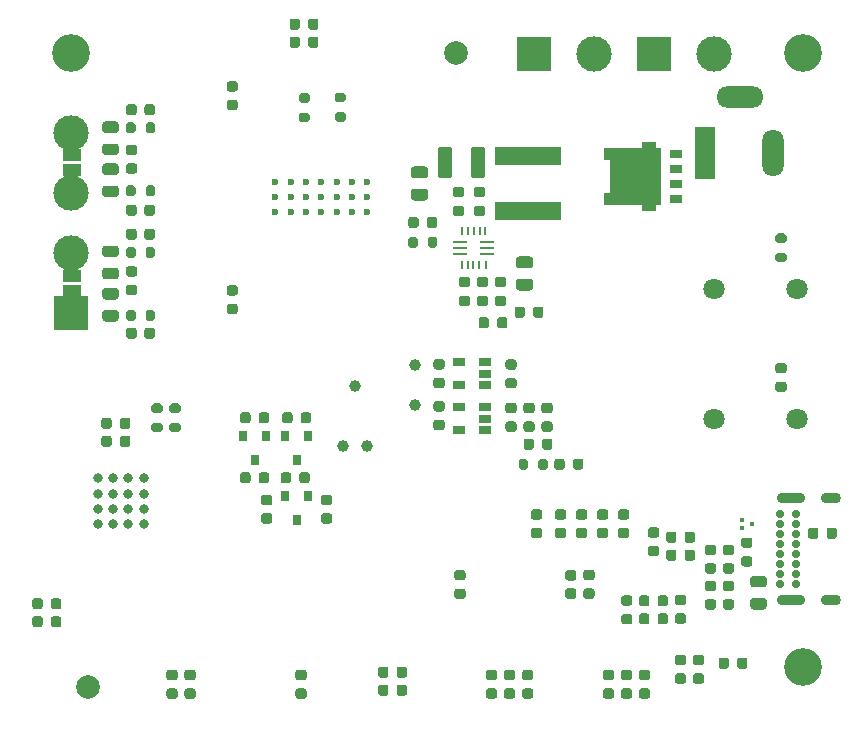
<source format=gbs>
G04 #@! TF.GenerationSoftware,KiCad,Pcbnew,(5.1.9)-1*
G04 #@! TF.CreationDate,2021-04-10T13:57:18+02:00*
G04 #@! TF.ProjectId,musical-box,6d757369-6361-46c2-9d62-6f782e6b6963,rev?*
G04 #@! TF.SameCoordinates,Original*
G04 #@! TF.FileFunction,Soldermask,Bot*
G04 #@! TF.FilePolarity,Negative*
%FSLAX46Y46*%
G04 Gerber Fmt 4.6, Leading zero omitted, Abs format (unit mm)*
G04 Created by KiCad (PCBNEW (5.1.9)-1) date 2021-04-10 13:57:18*
%MOMM*%
%LPD*%
G01*
G04 APERTURE LIST*
%ADD10C,0.010000*%
%ADD11R,0.800000X0.900000*%
%ADD12C,0.800000*%
%ADD13C,0.990600*%
%ADD14R,0.300000X0.300000*%
%ADD15C,1.800000*%
%ADD16C,0.600000*%
%ADD17C,3.000000*%
%ADD18R,3.000000X3.000000*%
%ADD19O,1.700000X0.900000*%
%ADD20O,2.400000X0.900000*%
%ADD21C,0.700000*%
%ADD22R,1.000000X0.750000*%
%ADD23R,1.500000X1.000000*%
%ADD24C,3.200000*%
%ADD25R,1.060000X0.650000*%
%ADD26R,0.250000X0.750000*%
%ADD27R,1.300000X0.250000*%
%ADD28C,1.000000*%
%ADD29R,5.700000X1.600000*%
%ADD30R,1.800000X4.400000*%
%ADD31O,1.800000X4.000000*%
%ADD32O,4.000000X1.800000*%
%ADD33C,2.000000*%
G04 APERTURE END LIST*
D10*
G36*
X403893000Y-141826000D02*
G01*
X403893000Y-137066000D01*
X403468000Y-137066000D01*
X403468000Y-136571000D01*
X402363000Y-136571000D01*
X402363000Y-137066000D01*
X399163000Y-137066000D01*
X399163000Y-138016000D01*
X399638000Y-138016000D01*
X399638000Y-140876000D01*
X399163000Y-140876000D01*
X399163000Y-141826000D01*
X402363000Y-141826000D01*
X402363000Y-142321000D01*
X403468000Y-142321000D01*
X403468000Y-141826000D01*
X403893000Y-141826000D01*
G37*
X403893000Y-141826000D02*
X403893000Y-137066000D01*
X403468000Y-137066000D01*
X403468000Y-136571000D01*
X402363000Y-136571000D01*
X402363000Y-137066000D01*
X399163000Y-137066000D01*
X399163000Y-138016000D01*
X399638000Y-138016000D01*
X399638000Y-140876000D01*
X399163000Y-140876000D01*
X399163000Y-141826000D01*
X402363000Y-141826000D01*
X402363000Y-142321000D01*
X403468000Y-142321000D01*
X403468000Y-141826000D01*
X403893000Y-141826000D01*
G36*
G01*
X383369000Y-144759000D02*
X383369000Y-145309000D01*
G75*
G02*
X383169000Y-145509000I-200000J0D01*
G01*
X382769000Y-145509000D01*
G75*
G02*
X382569000Y-145309000I0J200000D01*
G01*
X382569000Y-144759000D01*
G75*
G02*
X382769000Y-144559000I200000J0D01*
G01*
X383169000Y-144559000D01*
G75*
G02*
X383369000Y-144759000I0J-200000D01*
G01*
G37*
G36*
G01*
X385019000Y-144759000D02*
X385019000Y-145309000D01*
G75*
G02*
X384819000Y-145509000I-200000J0D01*
G01*
X384419000Y-145509000D01*
G75*
G02*
X384219000Y-145309000I0J200000D01*
G01*
X384219000Y-144759000D01*
G75*
G02*
X384419000Y-144559000I200000J0D01*
G01*
X384819000Y-144559000D01*
G75*
G02*
X385019000Y-144759000I0J-200000D01*
G01*
G37*
D11*
X369570000Y-163433000D03*
X370520000Y-161433000D03*
X368620000Y-161433000D03*
X373126000Y-163433000D03*
X374076000Y-161433000D03*
X372176000Y-161433000D03*
D12*
X357567000Y-166304000D03*
X360167000Y-166304000D03*
X358867000Y-166304000D03*
X356267000Y-166304000D03*
X358867000Y-165004000D03*
X357567000Y-165004000D03*
X360167000Y-165004000D03*
X356267000Y-165004000D03*
X357567000Y-167604000D03*
X360167000Y-167604000D03*
X358867000Y-167604000D03*
X356267000Y-167604000D03*
X360167000Y-168904000D03*
X358867000Y-168904000D03*
X357567000Y-168904000D03*
X356267000Y-168904000D03*
D13*
X378079000Y-157226000D03*
X377063000Y-162306000D03*
X379095000Y-162306000D03*
G36*
G01*
X384003000Y-139606000D02*
X383053000Y-139606000D01*
G75*
G02*
X382803000Y-139356000I0J250000D01*
G01*
X382803000Y-138856000D01*
G75*
G02*
X383053000Y-138606000I250000J0D01*
G01*
X384003000Y-138606000D01*
G75*
G02*
X384253000Y-138856000I0J-250000D01*
G01*
X384253000Y-139356000D01*
G75*
G02*
X384003000Y-139606000I-250000J0D01*
G01*
G37*
G36*
G01*
X384003000Y-141506000D02*
X383053000Y-141506000D01*
G75*
G02*
X382803000Y-141256000I0J250000D01*
G01*
X382803000Y-140756000D01*
G75*
G02*
X383053000Y-140506000I250000J0D01*
G01*
X384003000Y-140506000D01*
G75*
G02*
X384253000Y-140756000I0J-250000D01*
G01*
X384253000Y-141256000D01*
G75*
G02*
X384003000Y-141506000I-250000J0D01*
G01*
G37*
G36*
G01*
X392893000Y-147226000D02*
X391943000Y-147226000D01*
G75*
G02*
X391693000Y-146976000I0J250000D01*
G01*
X391693000Y-146476000D01*
G75*
G02*
X391943000Y-146226000I250000J0D01*
G01*
X392893000Y-146226000D01*
G75*
G02*
X393143000Y-146476000I0J-250000D01*
G01*
X393143000Y-146976000D01*
G75*
G02*
X392893000Y-147226000I-250000J0D01*
G01*
G37*
G36*
G01*
X392893000Y-149126000D02*
X391943000Y-149126000D01*
G75*
G02*
X391693000Y-148876000I0J250000D01*
G01*
X391693000Y-148376000D01*
G75*
G02*
X391943000Y-148126000I250000J0D01*
G01*
X392893000Y-148126000D01*
G75*
G02*
X393143000Y-148376000I0J-250000D01*
G01*
X393143000Y-148876000D01*
G75*
G02*
X392893000Y-149126000I-250000J0D01*
G01*
G37*
D14*
X411651000Y-168910000D03*
X410801000Y-168560000D03*
X410801000Y-169260000D03*
G36*
G01*
X411482250Y-170909500D02*
X410969750Y-170909500D01*
G75*
G02*
X410751000Y-170690750I0J218750D01*
G01*
X410751000Y-170253250D01*
G75*
G02*
X410969750Y-170034500I218750J0D01*
G01*
X411482250Y-170034500D01*
G75*
G02*
X411701000Y-170253250I0J-218750D01*
G01*
X411701000Y-170690750D01*
G75*
G02*
X411482250Y-170909500I-218750J0D01*
G01*
G37*
G36*
G01*
X411482250Y-172484500D02*
X410969750Y-172484500D01*
G75*
G02*
X410751000Y-172265750I0J218750D01*
G01*
X410751000Y-171828250D01*
G75*
G02*
X410969750Y-171609500I218750J0D01*
G01*
X411482250Y-171609500D01*
G75*
G02*
X411701000Y-171828250I0J-218750D01*
G01*
X411701000Y-172265750D01*
G75*
G02*
X411482250Y-172484500I-218750J0D01*
G01*
G37*
G36*
G01*
X417989500Y-169928250D02*
X417989500Y-169415750D01*
G75*
G02*
X418208250Y-169197000I218750J0D01*
G01*
X418645750Y-169197000D01*
G75*
G02*
X418864500Y-169415750I0J-218750D01*
G01*
X418864500Y-169928250D01*
G75*
G02*
X418645750Y-170147000I-218750J0D01*
G01*
X418208250Y-170147000D01*
G75*
G02*
X417989500Y-169928250I0J218750D01*
G01*
G37*
G36*
G01*
X416414500Y-169928250D02*
X416414500Y-169415750D01*
G75*
G02*
X416633250Y-169197000I218750J0D01*
G01*
X417070750Y-169197000D01*
G75*
G02*
X417289500Y-169415750I0J-218750D01*
G01*
X417289500Y-169928250D01*
G75*
G02*
X417070750Y-170147000I-218750J0D01*
G01*
X416633250Y-170147000D01*
G75*
G02*
X416414500Y-169928250I0J218750D01*
G01*
G37*
G36*
G01*
X376534000Y-134029000D02*
X377084000Y-134029000D01*
G75*
G02*
X377284000Y-134229000I0J-200000D01*
G01*
X377284000Y-134629000D01*
G75*
G02*
X377084000Y-134829000I-200000J0D01*
G01*
X376534000Y-134829000D01*
G75*
G02*
X376334000Y-134629000I0J200000D01*
G01*
X376334000Y-134229000D01*
G75*
G02*
X376534000Y-134029000I200000J0D01*
G01*
G37*
G36*
G01*
X376534000Y-132379000D02*
X377084000Y-132379000D01*
G75*
G02*
X377284000Y-132579000I0J-200000D01*
G01*
X377284000Y-132979000D01*
G75*
G02*
X377084000Y-133179000I-200000J0D01*
G01*
X376534000Y-133179000D01*
G75*
G02*
X376334000Y-132979000I0J200000D01*
G01*
X376334000Y-132579000D01*
G75*
G02*
X376534000Y-132379000I200000J0D01*
G01*
G37*
G36*
G01*
X373493000Y-134065000D02*
X374043000Y-134065000D01*
G75*
G02*
X374243000Y-134265000I0J-200000D01*
G01*
X374243000Y-134665000D01*
G75*
G02*
X374043000Y-134865000I-200000J0D01*
G01*
X373493000Y-134865000D01*
G75*
G02*
X373293000Y-134665000I0J200000D01*
G01*
X373293000Y-134265000D01*
G75*
G02*
X373493000Y-134065000I200000J0D01*
G01*
G37*
G36*
G01*
X373493000Y-132415000D02*
X374043000Y-132415000D01*
G75*
G02*
X374243000Y-132615000I0J-200000D01*
G01*
X374243000Y-133015000D01*
G75*
G02*
X374043000Y-133215000I-200000J0D01*
G01*
X373493000Y-133215000D01*
G75*
G02*
X373293000Y-133015000I0J200000D01*
G01*
X373293000Y-132615000D01*
G75*
G02*
X373493000Y-132415000I200000J0D01*
G01*
G37*
D15*
X408451600Y-160000000D03*
X415451600Y-160000000D03*
X408451600Y-149000000D03*
X415451600Y-149000000D03*
D16*
X379115800Y-141196500D03*
X379115800Y-142496500D03*
X379115800Y-139896500D03*
X377815800Y-141196500D03*
X377815800Y-142496500D03*
X377815800Y-139896500D03*
X376515800Y-141196500D03*
X376515800Y-142496500D03*
X376515800Y-139896500D03*
X375215800Y-141196500D03*
X375215800Y-142496500D03*
X375215800Y-139896500D03*
X373915800Y-141196500D03*
X373915800Y-142496500D03*
X373915800Y-139896500D03*
X372615800Y-141196500D03*
X372615800Y-142496500D03*
X372615800Y-139896500D03*
X371315800Y-142496500D03*
X371315800Y-141196500D03*
X371315800Y-139896500D03*
D17*
X398260000Y-129120000D03*
D18*
X393180000Y-129120000D03*
G36*
G01*
X392715000Y-163555000D02*
X392715000Y-164105000D01*
G75*
G02*
X392515000Y-164305000I-200000J0D01*
G01*
X392115000Y-164305000D01*
G75*
G02*
X391915000Y-164105000I0J200000D01*
G01*
X391915000Y-163555000D01*
G75*
G02*
X392115000Y-163355000I200000J0D01*
G01*
X392515000Y-163355000D01*
G75*
G02*
X392715000Y-163555000I0J-200000D01*
G01*
G37*
G36*
G01*
X394365000Y-163555000D02*
X394365000Y-164105000D01*
G75*
G02*
X394165000Y-164305000I-200000J0D01*
G01*
X393765000Y-164305000D01*
G75*
G02*
X393565000Y-164105000I0J200000D01*
G01*
X393565000Y-163555000D01*
G75*
G02*
X393765000Y-163355000I200000J0D01*
G01*
X394165000Y-163355000D01*
G75*
G02*
X394365000Y-163555000I0J-200000D01*
G01*
G37*
G36*
G01*
X414410000Y-145078000D02*
X413860000Y-145078000D01*
G75*
G02*
X413660000Y-144878000I0J200000D01*
G01*
X413660000Y-144478000D01*
G75*
G02*
X413860000Y-144278000I200000J0D01*
G01*
X414410000Y-144278000D01*
G75*
G02*
X414610000Y-144478000I0J-200000D01*
G01*
X414610000Y-144878000D01*
G75*
G02*
X414410000Y-145078000I-200000J0D01*
G01*
G37*
G36*
G01*
X414410000Y-146728000D02*
X413860000Y-146728000D01*
G75*
G02*
X413660000Y-146528000I0J200000D01*
G01*
X413660000Y-146128000D01*
G75*
G02*
X413860000Y-145928000I200000J0D01*
G01*
X414410000Y-145928000D01*
G75*
G02*
X414610000Y-146128000I0J-200000D01*
G01*
X414610000Y-146528000D01*
G75*
G02*
X414410000Y-146728000I-200000J0D01*
G01*
G37*
G36*
G01*
X405882250Y-180840000D02*
X405369750Y-180840000D01*
G75*
G02*
X405151000Y-180621250I0J218750D01*
G01*
X405151000Y-180183750D01*
G75*
G02*
X405369750Y-179965000I218750J0D01*
G01*
X405882250Y-179965000D01*
G75*
G02*
X406101000Y-180183750I0J-218750D01*
G01*
X406101000Y-180621250D01*
G75*
G02*
X405882250Y-180840000I-218750J0D01*
G01*
G37*
G36*
G01*
X405882250Y-182415000D02*
X405369750Y-182415000D01*
G75*
G02*
X405151000Y-182196250I0J218750D01*
G01*
X405151000Y-181758750D01*
G75*
G02*
X405369750Y-181540000I218750J0D01*
G01*
X405882250Y-181540000D01*
G75*
G02*
X406101000Y-181758750I0J-218750D01*
G01*
X406101000Y-182196250D01*
G75*
G02*
X405882250Y-182415000I-218750J0D01*
G01*
G37*
D19*
X418380000Y-166700000D03*
X418380000Y-175350000D03*
D20*
X415000000Y-166700000D03*
X415000000Y-175350000D03*
D21*
X415370000Y-170600000D03*
X415370000Y-168050000D03*
X415370000Y-168900000D03*
X415370000Y-169750000D03*
X415370000Y-174000000D03*
X415370000Y-172300000D03*
X415370000Y-171450000D03*
X415370000Y-173150000D03*
X414020000Y-168050000D03*
X414020000Y-168900000D03*
X414020000Y-169750000D03*
X414020000Y-170600000D03*
X414020000Y-171450000D03*
X414020000Y-172300000D03*
X414020000Y-173150000D03*
X414020000Y-174000000D03*
D17*
X354000000Y-135760000D03*
D18*
X354000000Y-151000000D03*
D17*
X354000000Y-140840000D03*
X354000000Y-145920000D03*
G36*
G01*
X380892000Y-182711750D02*
X380892000Y-183224250D01*
G75*
G02*
X380673250Y-183443000I-218750J0D01*
G01*
X380235750Y-183443000D01*
G75*
G02*
X380017000Y-183224250I0J218750D01*
G01*
X380017000Y-182711750D01*
G75*
G02*
X380235750Y-182493000I218750J0D01*
G01*
X380673250Y-182493000D01*
G75*
G02*
X380892000Y-182711750I0J-218750D01*
G01*
G37*
G36*
G01*
X382467000Y-182711750D02*
X382467000Y-183224250D01*
G75*
G02*
X382248250Y-183443000I-218750J0D01*
G01*
X381810750Y-183443000D01*
G75*
G02*
X381592000Y-183224250I0J218750D01*
G01*
X381592000Y-182711750D01*
G75*
G02*
X381810750Y-182493000I218750J0D01*
G01*
X382248250Y-182493000D01*
G75*
G02*
X382467000Y-182711750I0J-218750D01*
G01*
G37*
G36*
G01*
X380892000Y-181187750D02*
X380892000Y-181700250D01*
G75*
G02*
X380673250Y-181919000I-218750J0D01*
G01*
X380235750Y-181919000D01*
G75*
G02*
X380017000Y-181700250I0J218750D01*
G01*
X380017000Y-181187750D01*
G75*
G02*
X380235750Y-180969000I218750J0D01*
G01*
X380673250Y-180969000D01*
G75*
G02*
X380892000Y-181187750I0J-218750D01*
G01*
G37*
G36*
G01*
X382467000Y-181187750D02*
X382467000Y-181700250D01*
G75*
G02*
X382248250Y-181919000I-218750J0D01*
G01*
X381810750Y-181919000D01*
G75*
G02*
X381592000Y-181700250I0J218750D01*
G01*
X381592000Y-181187750D01*
G75*
G02*
X381810750Y-180969000I218750J0D01*
G01*
X382248250Y-180969000D01*
G75*
G02*
X382467000Y-181187750I0J-218750D01*
G01*
G37*
G36*
G01*
X387206250Y-173667000D02*
X386693750Y-173667000D01*
G75*
G02*
X386475000Y-173448250I0J218750D01*
G01*
X386475000Y-173010750D01*
G75*
G02*
X386693750Y-172792000I218750J0D01*
G01*
X387206250Y-172792000D01*
G75*
G02*
X387425000Y-173010750I0J-218750D01*
G01*
X387425000Y-173448250D01*
G75*
G02*
X387206250Y-173667000I-218750J0D01*
G01*
G37*
G36*
G01*
X387206250Y-175242000D02*
X386693750Y-175242000D01*
G75*
G02*
X386475000Y-175023250I0J218750D01*
G01*
X386475000Y-174585750D01*
G75*
G02*
X386693750Y-174367000I218750J0D01*
G01*
X387206250Y-174367000D01*
G75*
G02*
X387425000Y-174585750I0J-218750D01*
G01*
X387425000Y-175023250D01*
G75*
G02*
X387206250Y-175242000I-218750J0D01*
G01*
G37*
G36*
G01*
X362316750Y-182810000D02*
X362829250Y-182810000D01*
G75*
G02*
X363048000Y-183028750I0J-218750D01*
G01*
X363048000Y-183466250D01*
G75*
G02*
X362829250Y-183685000I-218750J0D01*
G01*
X362316750Y-183685000D01*
G75*
G02*
X362098000Y-183466250I0J218750D01*
G01*
X362098000Y-183028750D01*
G75*
G02*
X362316750Y-182810000I218750J0D01*
G01*
G37*
G36*
G01*
X362316750Y-181235000D02*
X362829250Y-181235000D01*
G75*
G02*
X363048000Y-181453750I0J-218750D01*
G01*
X363048000Y-181891250D01*
G75*
G02*
X362829250Y-182110000I-218750J0D01*
G01*
X362316750Y-182110000D01*
G75*
G02*
X362098000Y-181891250I0J218750D01*
G01*
X362098000Y-181453750D01*
G75*
G02*
X362316750Y-181235000I218750J0D01*
G01*
G37*
G36*
G01*
X402834250Y-182110000D02*
X402321750Y-182110000D01*
G75*
G02*
X402103000Y-181891250I0J218750D01*
G01*
X402103000Y-181453750D01*
G75*
G02*
X402321750Y-181235000I218750J0D01*
G01*
X402834250Y-181235000D01*
G75*
G02*
X403053000Y-181453750I0J-218750D01*
G01*
X403053000Y-181891250D01*
G75*
G02*
X402834250Y-182110000I-218750J0D01*
G01*
G37*
G36*
G01*
X402834250Y-183685000D02*
X402321750Y-183685000D01*
G75*
G02*
X402103000Y-183466250I0J218750D01*
G01*
X402103000Y-183028750D01*
G75*
G02*
X402321750Y-182810000I218750J0D01*
G01*
X402834250Y-182810000D01*
G75*
G02*
X403053000Y-183028750I0J-218750D01*
G01*
X403053000Y-183466250D01*
G75*
G02*
X402834250Y-183685000I-218750J0D01*
G01*
G37*
G36*
G01*
X414391250Y-156138500D02*
X413878750Y-156138500D01*
G75*
G02*
X413660000Y-155919750I0J218750D01*
G01*
X413660000Y-155482250D01*
G75*
G02*
X413878750Y-155263500I218750J0D01*
G01*
X414391250Y-155263500D01*
G75*
G02*
X414610000Y-155482250I0J-218750D01*
G01*
X414610000Y-155919750D01*
G75*
G02*
X414391250Y-156138500I-218750J0D01*
G01*
G37*
G36*
G01*
X414391250Y-157713500D02*
X413878750Y-157713500D01*
G75*
G02*
X413660000Y-157494750I0J218750D01*
G01*
X413660000Y-157057250D01*
G75*
G02*
X413878750Y-156838500I218750J0D01*
G01*
X414391250Y-156838500D01*
G75*
G02*
X414610000Y-157057250I0J-218750D01*
G01*
X414610000Y-157494750D01*
G75*
G02*
X414391250Y-157713500I-218750J0D01*
G01*
G37*
D22*
X405258000Y-137541000D03*
X405258000Y-141351000D03*
X405258000Y-138811000D03*
X405258000Y-140081000D03*
G36*
G01*
X370336000Y-167965000D02*
X370836000Y-167965000D01*
G75*
G02*
X371061000Y-168190000I0J-225000D01*
G01*
X371061000Y-168640000D01*
G75*
G02*
X370836000Y-168865000I-225000J0D01*
G01*
X370336000Y-168865000D01*
G75*
G02*
X370111000Y-168640000I0J225000D01*
G01*
X370111000Y-168190000D01*
G75*
G02*
X370336000Y-167965000I225000J0D01*
G01*
G37*
G36*
G01*
X370336000Y-166415000D02*
X370836000Y-166415000D01*
G75*
G02*
X371061000Y-166640000I0J-225000D01*
G01*
X371061000Y-167090000D01*
G75*
G02*
X370836000Y-167315000I-225000J0D01*
G01*
X370336000Y-167315000D01*
G75*
G02*
X370111000Y-167090000I0J225000D01*
G01*
X370111000Y-166640000D01*
G75*
G02*
X370336000Y-166415000I225000J0D01*
G01*
G37*
G36*
G01*
X396590000Y-173680000D02*
X396090000Y-173680000D01*
G75*
G02*
X395865000Y-173455000I0J225000D01*
G01*
X395865000Y-173005000D01*
G75*
G02*
X396090000Y-172780000I225000J0D01*
G01*
X396590000Y-172780000D01*
G75*
G02*
X396815000Y-173005000I0J-225000D01*
G01*
X396815000Y-173455000D01*
G75*
G02*
X396590000Y-173680000I-225000J0D01*
G01*
G37*
G36*
G01*
X396590000Y-175230000D02*
X396090000Y-175230000D01*
G75*
G02*
X395865000Y-175005000I0J225000D01*
G01*
X395865000Y-174555000D01*
G75*
G02*
X396090000Y-174330000I225000J0D01*
G01*
X396590000Y-174330000D01*
G75*
G02*
X396815000Y-174555000I0J-225000D01*
G01*
X396815000Y-175005000D01*
G75*
G02*
X396590000Y-175230000I-225000J0D01*
G01*
G37*
G36*
G01*
X358163000Y-160618250D02*
X358163000Y-160105750D01*
G75*
G02*
X358381750Y-159887000I218750J0D01*
G01*
X358819250Y-159887000D01*
G75*
G02*
X359038000Y-160105750I0J-218750D01*
G01*
X359038000Y-160618250D01*
G75*
G02*
X358819250Y-160837000I-218750J0D01*
G01*
X358381750Y-160837000D01*
G75*
G02*
X358163000Y-160618250I0J218750D01*
G01*
G37*
G36*
G01*
X356588000Y-160618250D02*
X356588000Y-160105750D01*
G75*
G02*
X356806750Y-159887000I218750J0D01*
G01*
X357244250Y-159887000D01*
G75*
G02*
X357463000Y-160105750I0J-218750D01*
G01*
X357463000Y-160618250D01*
G75*
G02*
X357244250Y-160837000I-218750J0D01*
G01*
X356806750Y-160837000D01*
G75*
G02*
X356588000Y-160618250I0J218750D01*
G01*
G37*
G36*
G01*
X361018500Y-160333000D02*
X361568500Y-160333000D01*
G75*
G02*
X361768500Y-160533000I0J-200000D01*
G01*
X361768500Y-160933000D01*
G75*
G02*
X361568500Y-161133000I-200000J0D01*
G01*
X361018500Y-161133000D01*
G75*
G02*
X360818500Y-160933000I0J200000D01*
G01*
X360818500Y-160533000D01*
G75*
G02*
X361018500Y-160333000I200000J0D01*
G01*
G37*
G36*
G01*
X361018500Y-158683000D02*
X361568500Y-158683000D01*
G75*
G02*
X361768500Y-158883000I0J-200000D01*
G01*
X361768500Y-159283000D01*
G75*
G02*
X361568500Y-159483000I-200000J0D01*
G01*
X361018500Y-159483000D01*
G75*
G02*
X360818500Y-159283000I0J200000D01*
G01*
X360818500Y-158883000D01*
G75*
G02*
X361018500Y-158683000I200000J0D01*
G01*
G37*
G36*
G01*
X362542500Y-160333000D02*
X363092500Y-160333000D01*
G75*
G02*
X363292500Y-160533000I0J-200000D01*
G01*
X363292500Y-160933000D01*
G75*
G02*
X363092500Y-161133000I-200000J0D01*
G01*
X362542500Y-161133000D01*
G75*
G02*
X362342500Y-160933000I0J200000D01*
G01*
X362342500Y-160533000D01*
G75*
G02*
X362542500Y-160333000I200000J0D01*
G01*
G37*
G36*
G01*
X362542500Y-158683000D02*
X363092500Y-158683000D01*
G75*
G02*
X363292500Y-158883000I0J-200000D01*
G01*
X363292500Y-159283000D01*
G75*
G02*
X363092500Y-159483000I-200000J0D01*
G01*
X362542500Y-159483000D01*
G75*
G02*
X362342500Y-159283000I0J200000D01*
G01*
X362342500Y-158883000D01*
G75*
G02*
X362542500Y-158683000I200000J0D01*
G01*
G37*
D23*
X354064000Y-138914000D03*
X354064000Y-137614000D03*
X354064000Y-149168000D03*
X354064000Y-147868000D03*
G36*
G01*
X359481000Y-135068000D02*
X359481000Y-135618000D01*
G75*
G02*
X359281000Y-135818000I-200000J0D01*
G01*
X358881000Y-135818000D01*
G75*
G02*
X358681000Y-135618000I0J200000D01*
G01*
X358681000Y-135068000D01*
G75*
G02*
X358881000Y-134868000I200000J0D01*
G01*
X359281000Y-134868000D01*
G75*
G02*
X359481000Y-135068000I0J-200000D01*
G01*
G37*
G36*
G01*
X361131000Y-135068000D02*
X361131000Y-135618000D01*
G75*
G02*
X360931000Y-135818000I-200000J0D01*
G01*
X360531000Y-135818000D01*
G75*
G02*
X360331000Y-135618000I0J200000D01*
G01*
X360331000Y-135068000D01*
G75*
G02*
X360531000Y-134868000I200000J0D01*
G01*
X360931000Y-134868000D01*
G75*
G02*
X361131000Y-135068000I0J-200000D01*
G01*
G37*
G36*
G01*
X359481000Y-140402000D02*
X359481000Y-140952000D01*
G75*
G02*
X359281000Y-141152000I-200000J0D01*
G01*
X358881000Y-141152000D01*
G75*
G02*
X358681000Y-140952000I0J200000D01*
G01*
X358681000Y-140402000D01*
G75*
G02*
X358881000Y-140202000I200000J0D01*
G01*
X359281000Y-140202000D01*
G75*
G02*
X359481000Y-140402000I0J-200000D01*
G01*
G37*
G36*
G01*
X361131000Y-140402000D02*
X361131000Y-140952000D01*
G75*
G02*
X360931000Y-141152000I-200000J0D01*
G01*
X360531000Y-141152000D01*
G75*
G02*
X360331000Y-140952000I0J200000D01*
G01*
X360331000Y-140402000D01*
G75*
G02*
X360531000Y-140202000I200000J0D01*
G01*
X360931000Y-140202000D01*
G75*
G02*
X361131000Y-140402000I0J-200000D01*
G01*
G37*
G36*
G01*
X359481000Y-145609000D02*
X359481000Y-146159000D01*
G75*
G02*
X359281000Y-146359000I-200000J0D01*
G01*
X358881000Y-146359000D01*
G75*
G02*
X358681000Y-146159000I0J200000D01*
G01*
X358681000Y-145609000D01*
G75*
G02*
X358881000Y-145409000I200000J0D01*
G01*
X359281000Y-145409000D01*
G75*
G02*
X359481000Y-145609000I0J-200000D01*
G01*
G37*
G36*
G01*
X361131000Y-145609000D02*
X361131000Y-146159000D01*
G75*
G02*
X360931000Y-146359000I-200000J0D01*
G01*
X360531000Y-146359000D01*
G75*
G02*
X360331000Y-146159000I0J200000D01*
G01*
X360331000Y-145609000D01*
G75*
G02*
X360531000Y-145409000I200000J0D01*
G01*
X360931000Y-145409000D01*
G75*
G02*
X361131000Y-145609000I0J-200000D01*
G01*
G37*
G36*
G01*
X359481000Y-150943000D02*
X359481000Y-151493000D01*
G75*
G02*
X359281000Y-151693000I-200000J0D01*
G01*
X358881000Y-151693000D01*
G75*
G02*
X358681000Y-151493000I0J200000D01*
G01*
X358681000Y-150943000D01*
G75*
G02*
X358881000Y-150743000I200000J0D01*
G01*
X359281000Y-150743000D01*
G75*
G02*
X359481000Y-150943000I0J-200000D01*
G01*
G37*
G36*
G01*
X361131000Y-150943000D02*
X361131000Y-151493000D01*
G75*
G02*
X360931000Y-151693000I-200000J0D01*
G01*
X360531000Y-151693000D01*
G75*
G02*
X360331000Y-151493000I0J200000D01*
G01*
X360331000Y-150943000D01*
G75*
G02*
X360531000Y-150743000I200000J0D01*
G01*
X360931000Y-150743000D01*
G75*
G02*
X361131000Y-150943000I0J-200000D01*
G01*
G37*
G36*
G01*
X359581000Y-133569000D02*
X359581000Y-134069000D01*
G75*
G02*
X359356000Y-134294000I-225000J0D01*
G01*
X358906000Y-134294000D01*
G75*
G02*
X358681000Y-134069000I0J225000D01*
G01*
X358681000Y-133569000D01*
G75*
G02*
X358906000Y-133344000I225000J0D01*
G01*
X359356000Y-133344000D01*
G75*
G02*
X359581000Y-133569000I0J-225000D01*
G01*
G37*
G36*
G01*
X361131000Y-133569000D02*
X361131000Y-134069000D01*
G75*
G02*
X360906000Y-134294000I-225000J0D01*
G01*
X360456000Y-134294000D01*
G75*
G02*
X360231000Y-134069000I0J225000D01*
G01*
X360231000Y-133569000D01*
G75*
G02*
X360456000Y-133344000I225000J0D01*
G01*
X360906000Y-133344000D01*
G75*
G02*
X361131000Y-133569000I0J-225000D01*
G01*
G37*
G36*
G01*
X359581000Y-142078000D02*
X359581000Y-142578000D01*
G75*
G02*
X359356000Y-142803000I-225000J0D01*
G01*
X358906000Y-142803000D01*
G75*
G02*
X358681000Y-142578000I0J225000D01*
G01*
X358681000Y-142078000D01*
G75*
G02*
X358906000Y-141853000I225000J0D01*
G01*
X359356000Y-141853000D01*
G75*
G02*
X359581000Y-142078000I0J-225000D01*
G01*
G37*
G36*
G01*
X361131000Y-142078000D02*
X361131000Y-142578000D01*
G75*
G02*
X360906000Y-142803000I-225000J0D01*
G01*
X360456000Y-142803000D01*
G75*
G02*
X360231000Y-142578000I0J225000D01*
G01*
X360231000Y-142078000D01*
G75*
G02*
X360456000Y-141853000I225000J0D01*
G01*
X360906000Y-141853000D01*
G75*
G02*
X361131000Y-142078000I0J-225000D01*
G01*
G37*
G36*
G01*
X359581000Y-144110000D02*
X359581000Y-144610000D01*
G75*
G02*
X359356000Y-144835000I-225000J0D01*
G01*
X358906000Y-144835000D01*
G75*
G02*
X358681000Y-144610000I0J225000D01*
G01*
X358681000Y-144110000D01*
G75*
G02*
X358906000Y-143885000I225000J0D01*
G01*
X359356000Y-143885000D01*
G75*
G02*
X359581000Y-144110000I0J-225000D01*
G01*
G37*
G36*
G01*
X361131000Y-144110000D02*
X361131000Y-144610000D01*
G75*
G02*
X360906000Y-144835000I-225000J0D01*
G01*
X360456000Y-144835000D01*
G75*
G02*
X360231000Y-144610000I0J225000D01*
G01*
X360231000Y-144110000D01*
G75*
G02*
X360456000Y-143885000I225000J0D01*
G01*
X360906000Y-143885000D01*
G75*
G02*
X361131000Y-144110000I0J-225000D01*
G01*
G37*
G36*
G01*
X359581000Y-152492000D02*
X359581000Y-152992000D01*
G75*
G02*
X359356000Y-153217000I-225000J0D01*
G01*
X358906000Y-153217000D01*
G75*
G02*
X358681000Y-152992000I0J225000D01*
G01*
X358681000Y-152492000D01*
G75*
G02*
X358906000Y-152267000I225000J0D01*
G01*
X359356000Y-152267000D01*
G75*
G02*
X359581000Y-152492000I0J-225000D01*
G01*
G37*
G36*
G01*
X361131000Y-152492000D02*
X361131000Y-152992000D01*
G75*
G02*
X360906000Y-153217000I-225000J0D01*
G01*
X360456000Y-153217000D01*
G75*
G02*
X360231000Y-152992000I0J225000D01*
G01*
X360231000Y-152492000D01*
G75*
G02*
X360456000Y-152267000I225000J0D01*
G01*
X360906000Y-152267000D01*
G75*
G02*
X361131000Y-152492000I0J-225000D01*
G01*
G37*
G36*
G01*
X398128250Y-173641500D02*
X397615750Y-173641500D01*
G75*
G02*
X397397000Y-173422750I0J218750D01*
G01*
X397397000Y-172985250D01*
G75*
G02*
X397615750Y-172766500I218750J0D01*
G01*
X398128250Y-172766500D01*
G75*
G02*
X398347000Y-172985250I0J-218750D01*
G01*
X398347000Y-173422750D01*
G75*
G02*
X398128250Y-173641500I-218750J0D01*
G01*
G37*
G36*
G01*
X398128250Y-175216500D02*
X397615750Y-175216500D01*
G75*
G02*
X397397000Y-174997750I0J218750D01*
G01*
X397397000Y-174560250D01*
G75*
G02*
X397615750Y-174341500I218750J0D01*
G01*
X398128250Y-174341500D01*
G75*
G02*
X398347000Y-174560250I0J-218750D01*
G01*
X398347000Y-174997750D01*
G75*
G02*
X398128250Y-175216500I-218750J0D01*
G01*
G37*
D24*
X416000000Y-181000000D03*
D11*
X373126000Y-168513000D03*
X374076000Y-166513000D03*
X372176000Y-166513000D03*
D25*
X386873000Y-159017000D03*
X386873000Y-160917000D03*
X389073000Y-160917000D03*
X389073000Y-159967000D03*
X389073000Y-159017000D03*
X386873000Y-155207000D03*
X386873000Y-157107000D03*
X389073000Y-157107000D03*
X389073000Y-156157000D03*
X389073000Y-155207000D03*
D26*
X389104000Y-144074000D03*
X388608000Y-144074000D03*
X388104000Y-144074000D03*
X387604000Y-144074000D03*
X387084000Y-144074000D03*
D27*
X386950000Y-145020000D03*
X386950000Y-145520000D03*
X386950000Y-146020000D03*
D26*
X387096000Y-146974000D03*
X387596000Y-146974000D03*
X388096000Y-146974000D03*
X388596000Y-146974000D03*
X389116000Y-146974000D03*
D27*
X389250000Y-146028000D03*
X389250000Y-145528000D03*
X389250000Y-145028000D03*
G36*
G01*
X373399000Y-127847750D02*
X373399000Y-128360250D01*
G75*
G02*
X373180250Y-128579000I-218750J0D01*
G01*
X372742750Y-128579000D01*
G75*
G02*
X372524000Y-128360250I0J218750D01*
G01*
X372524000Y-127847750D01*
G75*
G02*
X372742750Y-127629000I218750J0D01*
G01*
X373180250Y-127629000D01*
G75*
G02*
X373399000Y-127847750I0J-218750D01*
G01*
G37*
G36*
G01*
X374974000Y-127847750D02*
X374974000Y-128360250D01*
G75*
G02*
X374755250Y-128579000I-218750J0D01*
G01*
X374317750Y-128579000D01*
G75*
G02*
X374099000Y-128360250I0J218750D01*
G01*
X374099000Y-127847750D01*
G75*
G02*
X374317750Y-127629000I218750J0D01*
G01*
X374755250Y-127629000D01*
G75*
G02*
X374974000Y-127847750I0J-218750D01*
G01*
G37*
G36*
G01*
X373399000Y-126323750D02*
X373399000Y-126836250D01*
G75*
G02*
X373180250Y-127055000I-218750J0D01*
G01*
X372742750Y-127055000D01*
G75*
G02*
X372524000Y-126836250I0J218750D01*
G01*
X372524000Y-126323750D01*
G75*
G02*
X372742750Y-126105000I218750J0D01*
G01*
X373180250Y-126105000D01*
G75*
G02*
X373399000Y-126323750I0J-218750D01*
G01*
G37*
G36*
G01*
X374974000Y-126323750D02*
X374974000Y-126836250D01*
G75*
G02*
X374755250Y-127055000I-218750J0D01*
G01*
X374317750Y-127055000D01*
G75*
G02*
X374099000Y-126836250I0J218750D01*
G01*
X374099000Y-126323750D01*
G75*
G02*
X374317750Y-126105000I218750J0D01*
G01*
X374755250Y-126105000D01*
G75*
G02*
X374974000Y-126323750I0J-218750D01*
G01*
G37*
G36*
G01*
X407406250Y-180840000D02*
X406893750Y-180840000D01*
G75*
G02*
X406675000Y-180621250I0J218750D01*
G01*
X406675000Y-180183750D01*
G75*
G02*
X406893750Y-179965000I218750J0D01*
G01*
X407406250Y-179965000D01*
G75*
G02*
X407625000Y-180183750I0J-218750D01*
G01*
X407625000Y-180621250D01*
G75*
G02*
X407406250Y-180840000I-218750J0D01*
G01*
G37*
G36*
G01*
X407406250Y-182415000D02*
X406893750Y-182415000D01*
G75*
G02*
X406675000Y-182196250I0J218750D01*
G01*
X406675000Y-181758750D01*
G75*
G02*
X406893750Y-181540000I218750J0D01*
G01*
X407406250Y-181540000D01*
G75*
G02*
X407625000Y-181758750I0J-218750D01*
G01*
X407625000Y-182196250D01*
G75*
G02*
X407406250Y-182415000I-218750J0D01*
G01*
G37*
G36*
G01*
X399786250Y-182110000D02*
X399273750Y-182110000D01*
G75*
G02*
X399055000Y-181891250I0J218750D01*
G01*
X399055000Y-181453750D01*
G75*
G02*
X399273750Y-181235000I218750J0D01*
G01*
X399786250Y-181235000D01*
G75*
G02*
X400005000Y-181453750I0J-218750D01*
G01*
X400005000Y-181891250D01*
G75*
G02*
X399786250Y-182110000I-218750J0D01*
G01*
G37*
G36*
G01*
X399786250Y-183685000D02*
X399273750Y-183685000D01*
G75*
G02*
X399055000Y-183466250I0J218750D01*
G01*
X399055000Y-183028750D01*
G75*
G02*
X399273750Y-182810000I218750J0D01*
G01*
X399786250Y-182810000D01*
G75*
G02*
X400005000Y-183028750I0J-218750D01*
G01*
X400005000Y-183466250D01*
G75*
G02*
X399786250Y-183685000I-218750J0D01*
G01*
G37*
G36*
G01*
X401310250Y-182110000D02*
X400797750Y-182110000D01*
G75*
G02*
X400579000Y-181891250I0J218750D01*
G01*
X400579000Y-181453750D01*
G75*
G02*
X400797750Y-181235000I218750J0D01*
G01*
X401310250Y-181235000D01*
G75*
G02*
X401529000Y-181453750I0J-218750D01*
G01*
X401529000Y-181891250D01*
G75*
G02*
X401310250Y-182110000I-218750J0D01*
G01*
G37*
G36*
G01*
X401310250Y-183685000D02*
X400797750Y-183685000D01*
G75*
G02*
X400579000Y-183466250I0J218750D01*
G01*
X400579000Y-183028750D01*
G75*
G02*
X400797750Y-182810000I218750J0D01*
G01*
X401310250Y-182810000D01*
G75*
G02*
X401529000Y-183028750I0J-218750D01*
G01*
X401529000Y-183466250D01*
G75*
G02*
X401310250Y-183685000I-218750J0D01*
G01*
G37*
G36*
G01*
X389880250Y-182110000D02*
X389367750Y-182110000D01*
G75*
G02*
X389149000Y-181891250I0J218750D01*
G01*
X389149000Y-181453750D01*
G75*
G02*
X389367750Y-181235000I218750J0D01*
G01*
X389880250Y-181235000D01*
G75*
G02*
X390099000Y-181453750I0J-218750D01*
G01*
X390099000Y-181891250D01*
G75*
G02*
X389880250Y-182110000I-218750J0D01*
G01*
G37*
G36*
G01*
X389880250Y-183685000D02*
X389367750Y-183685000D01*
G75*
G02*
X389149000Y-183466250I0J218750D01*
G01*
X389149000Y-183028750D01*
G75*
G02*
X389367750Y-182810000I218750J0D01*
G01*
X389880250Y-182810000D01*
G75*
G02*
X390099000Y-183028750I0J-218750D01*
G01*
X390099000Y-183466250D01*
G75*
G02*
X389880250Y-183685000I-218750J0D01*
G01*
G37*
G36*
G01*
X391404250Y-182110000D02*
X390891750Y-182110000D01*
G75*
G02*
X390673000Y-181891250I0J218750D01*
G01*
X390673000Y-181453750D01*
G75*
G02*
X390891750Y-181235000I218750J0D01*
G01*
X391404250Y-181235000D01*
G75*
G02*
X391623000Y-181453750I0J-218750D01*
G01*
X391623000Y-181891250D01*
G75*
G02*
X391404250Y-182110000I-218750J0D01*
G01*
G37*
G36*
G01*
X391404250Y-183685000D02*
X390891750Y-183685000D01*
G75*
G02*
X390673000Y-183466250I0J218750D01*
G01*
X390673000Y-183028750D01*
G75*
G02*
X390891750Y-182810000I218750J0D01*
G01*
X391404250Y-182810000D01*
G75*
G02*
X391623000Y-183028750I0J-218750D01*
G01*
X391623000Y-183466250D01*
G75*
G02*
X391404250Y-183685000I-218750J0D01*
G01*
G37*
G36*
G01*
X392947250Y-182110000D02*
X392434750Y-182110000D01*
G75*
G02*
X392216000Y-181891250I0J218750D01*
G01*
X392216000Y-181453750D01*
G75*
G02*
X392434750Y-181235000I218750J0D01*
G01*
X392947250Y-181235000D01*
G75*
G02*
X393166000Y-181453750I0J-218750D01*
G01*
X393166000Y-181891250D01*
G75*
G02*
X392947250Y-182110000I-218750J0D01*
G01*
G37*
G36*
G01*
X392947250Y-183685000D02*
X392434750Y-183685000D01*
G75*
G02*
X392216000Y-183466250I0J218750D01*
G01*
X392216000Y-183028750D01*
G75*
G02*
X392434750Y-182810000I218750J0D01*
G01*
X392947250Y-182810000D01*
G75*
G02*
X393166000Y-183028750I0J-218750D01*
G01*
X393166000Y-183466250D01*
G75*
G02*
X392947250Y-183685000I-218750J0D01*
G01*
G37*
G36*
G01*
X369920000Y-165229250D02*
X369920000Y-164716750D01*
G75*
G02*
X370138750Y-164498000I218750J0D01*
G01*
X370576250Y-164498000D01*
G75*
G02*
X370795000Y-164716750I0J-218750D01*
G01*
X370795000Y-165229250D01*
G75*
G02*
X370576250Y-165448000I-218750J0D01*
G01*
X370138750Y-165448000D01*
G75*
G02*
X369920000Y-165229250I0J218750D01*
G01*
G37*
G36*
G01*
X368345000Y-165229250D02*
X368345000Y-164716750D01*
G75*
G02*
X368563750Y-164498000I218750J0D01*
G01*
X369001250Y-164498000D01*
G75*
G02*
X369220000Y-164716750I0J-218750D01*
G01*
X369220000Y-165229250D01*
G75*
G02*
X369001250Y-165448000I-218750J0D01*
G01*
X368563750Y-165448000D01*
G75*
G02*
X368345000Y-165229250I0J218750D01*
G01*
G37*
G36*
G01*
X369920000Y-160149250D02*
X369920000Y-159636750D01*
G75*
G02*
X370138750Y-159418000I218750J0D01*
G01*
X370576250Y-159418000D01*
G75*
G02*
X370795000Y-159636750I0J-218750D01*
G01*
X370795000Y-160149250D01*
G75*
G02*
X370576250Y-160368000I-218750J0D01*
G01*
X370138750Y-160368000D01*
G75*
G02*
X369920000Y-160149250I0J218750D01*
G01*
G37*
G36*
G01*
X368345000Y-160149250D02*
X368345000Y-159636750D01*
G75*
G02*
X368563750Y-159418000I218750J0D01*
G01*
X369001250Y-159418000D01*
G75*
G02*
X369220000Y-159636750I0J-218750D01*
G01*
X369220000Y-160149250D01*
G75*
G02*
X369001250Y-160368000I-218750J0D01*
G01*
X368563750Y-160368000D01*
G75*
G02*
X368345000Y-160149250I0J218750D01*
G01*
G37*
G36*
G01*
X373476000Y-160149250D02*
X373476000Y-159636750D01*
G75*
G02*
X373694750Y-159418000I218750J0D01*
G01*
X374132250Y-159418000D01*
G75*
G02*
X374351000Y-159636750I0J-218750D01*
G01*
X374351000Y-160149250D01*
G75*
G02*
X374132250Y-160368000I-218750J0D01*
G01*
X373694750Y-160368000D01*
G75*
G02*
X373476000Y-160149250I0J218750D01*
G01*
G37*
G36*
G01*
X371901000Y-160149250D02*
X371901000Y-159636750D01*
G75*
G02*
X372119750Y-159418000I218750J0D01*
G01*
X372557250Y-159418000D01*
G75*
G02*
X372776000Y-159636750I0J-218750D01*
G01*
X372776000Y-160149250D01*
G75*
G02*
X372557250Y-160368000I-218750J0D01*
G01*
X372119750Y-160368000D01*
G75*
G02*
X371901000Y-160149250I0J218750D01*
G01*
G37*
G36*
G01*
X373349000Y-165229250D02*
X373349000Y-164716750D01*
G75*
G02*
X373567750Y-164498000I218750J0D01*
G01*
X374005250Y-164498000D01*
G75*
G02*
X374224000Y-164716750I0J-218750D01*
G01*
X374224000Y-165229250D01*
G75*
G02*
X374005250Y-165448000I-218750J0D01*
G01*
X373567750Y-165448000D01*
G75*
G02*
X373349000Y-165229250I0J218750D01*
G01*
G37*
G36*
G01*
X371774000Y-165229250D02*
X371774000Y-164716750D01*
G75*
G02*
X371992750Y-164498000I218750J0D01*
G01*
X372430250Y-164498000D01*
G75*
G02*
X372649000Y-164716750I0J-218750D01*
G01*
X372649000Y-165229250D01*
G75*
G02*
X372430250Y-165448000I-218750J0D01*
G01*
X371992750Y-165448000D01*
G75*
G02*
X371774000Y-165229250I0J218750D01*
G01*
G37*
G36*
G01*
X358163000Y-162142250D02*
X358163000Y-161629750D01*
G75*
G02*
X358381750Y-161411000I218750J0D01*
G01*
X358819250Y-161411000D01*
G75*
G02*
X359038000Y-161629750I0J-218750D01*
G01*
X359038000Y-162142250D01*
G75*
G02*
X358819250Y-162361000I-218750J0D01*
G01*
X358381750Y-162361000D01*
G75*
G02*
X358163000Y-162142250I0J218750D01*
G01*
G37*
G36*
G01*
X356588000Y-162142250D02*
X356588000Y-161629750D01*
G75*
G02*
X356806750Y-161411000I218750J0D01*
G01*
X357244250Y-161411000D01*
G75*
G02*
X357463000Y-161629750I0J-218750D01*
G01*
X357463000Y-162142250D01*
G75*
G02*
X357244250Y-162361000I-218750J0D01*
G01*
X356806750Y-162361000D01*
G75*
G02*
X356588000Y-162142250I0J218750D01*
G01*
G37*
G36*
G01*
X375922250Y-167290000D02*
X375409750Y-167290000D01*
G75*
G02*
X375191000Y-167071250I0J218750D01*
G01*
X375191000Y-166633750D01*
G75*
G02*
X375409750Y-166415000I218750J0D01*
G01*
X375922250Y-166415000D01*
G75*
G02*
X376141000Y-166633750I0J-218750D01*
G01*
X376141000Y-167071250D01*
G75*
G02*
X375922250Y-167290000I-218750J0D01*
G01*
G37*
G36*
G01*
X375922250Y-168865000D02*
X375409750Y-168865000D01*
G75*
G02*
X375191000Y-168646250I0J218750D01*
G01*
X375191000Y-168208750D01*
G75*
G02*
X375409750Y-167990000I218750J0D01*
G01*
X375922250Y-167990000D01*
G75*
G02*
X376141000Y-168208750I0J-218750D01*
G01*
X376141000Y-168646250D01*
G75*
G02*
X375922250Y-168865000I-218750J0D01*
G01*
G37*
G36*
G01*
X397500250Y-168521000D02*
X396987750Y-168521000D01*
G75*
G02*
X396769000Y-168302250I0J218750D01*
G01*
X396769000Y-167864750D01*
G75*
G02*
X396987750Y-167646000I218750J0D01*
G01*
X397500250Y-167646000D01*
G75*
G02*
X397719000Y-167864750I0J-218750D01*
G01*
X397719000Y-168302250D01*
G75*
G02*
X397500250Y-168521000I-218750J0D01*
G01*
G37*
G36*
G01*
X397500250Y-170096000D02*
X396987750Y-170096000D01*
G75*
G02*
X396769000Y-169877250I0J218750D01*
G01*
X396769000Y-169439750D01*
G75*
G02*
X396987750Y-169221000I218750J0D01*
G01*
X397500250Y-169221000D01*
G75*
G02*
X397719000Y-169439750I0J-218750D01*
G01*
X397719000Y-169877250D01*
G75*
G02*
X397500250Y-170096000I-218750J0D01*
G01*
G37*
G36*
G01*
X393211000Y-161883750D02*
X393211000Y-162396250D01*
G75*
G02*
X392992250Y-162615000I-218750J0D01*
G01*
X392554750Y-162615000D01*
G75*
G02*
X392336000Y-162396250I0J218750D01*
G01*
X392336000Y-161883750D01*
G75*
G02*
X392554750Y-161665000I218750J0D01*
G01*
X392992250Y-161665000D01*
G75*
G02*
X393211000Y-161883750I0J-218750D01*
G01*
G37*
G36*
G01*
X394786000Y-161883750D02*
X394786000Y-162396250D01*
G75*
G02*
X394567250Y-162615000I-218750J0D01*
G01*
X394129750Y-162615000D01*
G75*
G02*
X393911000Y-162396250I0J218750D01*
G01*
X393911000Y-161883750D01*
G75*
G02*
X394129750Y-161665000I218750J0D01*
G01*
X394567250Y-161665000D01*
G75*
G02*
X394786000Y-161883750I0J-218750D01*
G01*
G37*
G36*
G01*
X394066750Y-160204000D02*
X394579250Y-160204000D01*
G75*
G02*
X394798000Y-160422750I0J-218750D01*
G01*
X394798000Y-160860250D01*
G75*
G02*
X394579250Y-161079000I-218750J0D01*
G01*
X394066750Y-161079000D01*
G75*
G02*
X393848000Y-160860250I0J218750D01*
G01*
X393848000Y-160422750D01*
G75*
G02*
X394066750Y-160204000I218750J0D01*
G01*
G37*
G36*
G01*
X394066750Y-158629000D02*
X394579250Y-158629000D01*
G75*
G02*
X394798000Y-158847750I0J-218750D01*
G01*
X394798000Y-159285250D01*
G75*
G02*
X394579250Y-159504000I-218750J0D01*
G01*
X394066750Y-159504000D01*
G75*
G02*
X393848000Y-159285250I0J218750D01*
G01*
X393848000Y-158847750D01*
G75*
G02*
X394066750Y-158629000I218750J0D01*
G01*
G37*
G36*
G01*
X399278250Y-168521000D02*
X398765750Y-168521000D01*
G75*
G02*
X398547000Y-168302250I0J218750D01*
G01*
X398547000Y-167864750D01*
G75*
G02*
X398765750Y-167646000I218750J0D01*
G01*
X399278250Y-167646000D01*
G75*
G02*
X399497000Y-167864750I0J-218750D01*
G01*
X399497000Y-168302250D01*
G75*
G02*
X399278250Y-168521000I-218750J0D01*
G01*
G37*
G36*
G01*
X399278250Y-170096000D02*
X398765750Y-170096000D01*
G75*
G02*
X398547000Y-169877250I0J218750D01*
G01*
X398547000Y-169439750D01*
G75*
G02*
X398765750Y-169221000I218750J0D01*
G01*
X399278250Y-169221000D01*
G75*
G02*
X399497000Y-169439750I0J-218750D01*
G01*
X399497000Y-169877250D01*
G75*
G02*
X399278250Y-170096000I-218750J0D01*
G01*
G37*
G36*
G01*
X395722250Y-168521000D02*
X395209750Y-168521000D01*
G75*
G02*
X394991000Y-168302250I0J218750D01*
G01*
X394991000Y-167864750D01*
G75*
G02*
X395209750Y-167646000I218750J0D01*
G01*
X395722250Y-167646000D01*
G75*
G02*
X395941000Y-167864750I0J-218750D01*
G01*
X395941000Y-168302250D01*
G75*
G02*
X395722250Y-168521000I-218750J0D01*
G01*
G37*
G36*
G01*
X395722250Y-170096000D02*
X395209750Y-170096000D01*
G75*
G02*
X394991000Y-169877250I0J218750D01*
G01*
X394991000Y-169439750D01*
G75*
G02*
X395209750Y-169221000I218750J0D01*
G01*
X395722250Y-169221000D01*
G75*
G02*
X395941000Y-169439750I0J-218750D01*
G01*
X395941000Y-169877250D01*
G75*
G02*
X395722250Y-170096000I-218750J0D01*
G01*
G37*
G36*
G01*
X387594250Y-148850000D02*
X387081750Y-148850000D01*
G75*
G02*
X386863000Y-148631250I0J218750D01*
G01*
X386863000Y-148193750D01*
G75*
G02*
X387081750Y-147975000I218750J0D01*
G01*
X387594250Y-147975000D01*
G75*
G02*
X387813000Y-148193750I0J-218750D01*
G01*
X387813000Y-148631250D01*
G75*
G02*
X387594250Y-148850000I-218750J0D01*
G01*
G37*
G36*
G01*
X387594250Y-150425000D02*
X387081750Y-150425000D01*
G75*
G02*
X386863000Y-150206250I0J218750D01*
G01*
X386863000Y-149768750D01*
G75*
G02*
X387081750Y-149550000I218750J0D01*
G01*
X387594250Y-149550000D01*
G75*
G02*
X387813000Y-149768750I0J-218750D01*
G01*
X387813000Y-150206250D01*
G75*
G02*
X387594250Y-150425000I-218750J0D01*
G01*
G37*
G36*
G01*
X388605750Y-149550000D02*
X389118250Y-149550000D01*
G75*
G02*
X389337000Y-149768750I0J-218750D01*
G01*
X389337000Y-150206250D01*
G75*
G02*
X389118250Y-150425000I-218750J0D01*
G01*
X388605750Y-150425000D01*
G75*
G02*
X388387000Y-150206250I0J218750D01*
G01*
X388387000Y-149768750D01*
G75*
G02*
X388605750Y-149550000I218750J0D01*
G01*
G37*
G36*
G01*
X388605750Y-147975000D02*
X389118250Y-147975000D01*
G75*
G02*
X389337000Y-148193750I0J-218750D01*
G01*
X389337000Y-148631250D01*
G75*
G02*
X389118250Y-148850000I-218750J0D01*
G01*
X388605750Y-148850000D01*
G75*
G02*
X388387000Y-148631250I0J218750D01*
G01*
X388387000Y-148193750D01*
G75*
G02*
X388605750Y-147975000I218750J0D01*
G01*
G37*
G36*
G01*
X403083750Y-170745000D02*
X403596250Y-170745000D01*
G75*
G02*
X403815000Y-170963750I0J-218750D01*
G01*
X403815000Y-171401250D01*
G75*
G02*
X403596250Y-171620000I-218750J0D01*
G01*
X403083750Y-171620000D01*
G75*
G02*
X402865000Y-171401250I0J218750D01*
G01*
X402865000Y-170963750D01*
G75*
G02*
X403083750Y-170745000I218750J0D01*
G01*
G37*
G36*
G01*
X403083750Y-169170000D02*
X403596250Y-169170000D01*
G75*
G02*
X403815000Y-169388750I0J-218750D01*
G01*
X403815000Y-169826250D01*
G75*
G02*
X403596250Y-170045000I-218750J0D01*
G01*
X403083750Y-170045000D01*
G75*
G02*
X402865000Y-169826250I0J218750D01*
G01*
X402865000Y-169388750D01*
G75*
G02*
X403083750Y-169170000I218750J0D01*
G01*
G37*
G36*
G01*
X400825750Y-176507000D02*
X401338250Y-176507000D01*
G75*
G02*
X401557000Y-176725750I0J-218750D01*
G01*
X401557000Y-177163250D01*
G75*
G02*
X401338250Y-177382000I-218750J0D01*
G01*
X400825750Y-177382000D01*
G75*
G02*
X400607000Y-177163250I0J218750D01*
G01*
X400607000Y-176725750D01*
G75*
G02*
X400825750Y-176507000I218750J0D01*
G01*
G37*
G36*
G01*
X400825750Y-174932000D02*
X401338250Y-174932000D01*
G75*
G02*
X401557000Y-175150750I0J-218750D01*
G01*
X401557000Y-175588250D01*
G75*
G02*
X401338250Y-175807000I-218750J0D01*
G01*
X400825750Y-175807000D01*
G75*
G02*
X400607000Y-175588250I0J218750D01*
G01*
X400607000Y-175150750D01*
G75*
G02*
X400825750Y-174932000I218750J0D01*
G01*
G37*
G36*
G01*
X386309000Y-137203000D02*
X386309000Y-139353000D01*
G75*
G02*
X386059000Y-139603000I-250000J0D01*
G01*
X385309000Y-139603000D01*
G75*
G02*
X385059000Y-139353000I0J250000D01*
G01*
X385059000Y-137203000D01*
G75*
G02*
X385309000Y-136953000I250000J0D01*
G01*
X386059000Y-136953000D01*
G75*
G02*
X386309000Y-137203000I0J-250000D01*
G01*
G37*
G36*
G01*
X389109000Y-137203000D02*
X389109000Y-139353000D01*
G75*
G02*
X388859000Y-139603000I-250000J0D01*
G01*
X388109000Y-139603000D01*
G75*
G02*
X387859000Y-139353000I0J250000D01*
G01*
X387859000Y-137203000D01*
G75*
G02*
X388109000Y-136953000I250000J0D01*
G01*
X388859000Y-136953000D01*
G75*
G02*
X389109000Y-137203000I0J-250000D01*
G01*
G37*
G36*
G01*
X384144000Y-143614250D02*
X384144000Y-143101750D01*
G75*
G02*
X384362750Y-142883000I218750J0D01*
G01*
X384800250Y-142883000D01*
G75*
G02*
X385019000Y-143101750I0J-218750D01*
G01*
X385019000Y-143614250D01*
G75*
G02*
X384800250Y-143833000I-218750J0D01*
G01*
X384362750Y-143833000D01*
G75*
G02*
X384144000Y-143614250I0J218750D01*
G01*
G37*
G36*
G01*
X382569000Y-143614250D02*
X382569000Y-143101750D01*
G75*
G02*
X382787750Y-142883000I218750J0D01*
G01*
X383225250Y-142883000D01*
G75*
G02*
X383444000Y-143101750I0J-218750D01*
G01*
X383444000Y-143614250D01*
G75*
G02*
X383225250Y-143833000I-218750J0D01*
G01*
X382787750Y-143833000D01*
G75*
G02*
X382569000Y-143614250I0J218750D01*
G01*
G37*
G36*
G01*
X405276000Y-169757750D02*
X405276000Y-170270250D01*
G75*
G02*
X405057250Y-170489000I-218750J0D01*
G01*
X404619750Y-170489000D01*
G75*
G02*
X404401000Y-170270250I0J218750D01*
G01*
X404401000Y-169757750D01*
G75*
G02*
X404619750Y-169539000I218750J0D01*
G01*
X405057250Y-169539000D01*
G75*
G02*
X405276000Y-169757750I0J-218750D01*
G01*
G37*
G36*
G01*
X406851000Y-169757750D02*
X406851000Y-170270250D01*
G75*
G02*
X406632250Y-170489000I-218750J0D01*
G01*
X406194750Y-170489000D01*
G75*
G02*
X405976000Y-170270250I0J218750D01*
G01*
X405976000Y-169757750D01*
G75*
G02*
X406194750Y-169539000I218750J0D01*
G01*
X406632250Y-169539000D01*
G75*
G02*
X406851000Y-169757750I0J-218750D01*
G01*
G37*
G36*
G01*
X405976000Y-171794250D02*
X405976000Y-171281750D01*
G75*
G02*
X406194750Y-171063000I218750J0D01*
G01*
X406632250Y-171063000D01*
G75*
G02*
X406851000Y-171281750I0J-218750D01*
G01*
X406851000Y-171794250D01*
G75*
G02*
X406632250Y-172013000I-218750J0D01*
G01*
X406194750Y-172013000D01*
G75*
G02*
X405976000Y-171794250I0J218750D01*
G01*
G37*
G36*
G01*
X404401000Y-171794250D02*
X404401000Y-171281750D01*
G75*
G02*
X404619750Y-171063000I218750J0D01*
G01*
X405057250Y-171063000D01*
G75*
G02*
X405276000Y-171281750I0J-218750D01*
G01*
X405276000Y-171794250D01*
G75*
G02*
X405057250Y-172013000I-218750J0D01*
G01*
X404619750Y-172013000D01*
G75*
G02*
X404401000Y-171794250I0J218750D01*
G01*
G37*
G36*
G01*
X407909750Y-175253000D02*
X408422250Y-175253000D01*
G75*
G02*
X408641000Y-175471750I0J-218750D01*
G01*
X408641000Y-175909250D01*
G75*
G02*
X408422250Y-176128000I-218750J0D01*
G01*
X407909750Y-176128000D01*
G75*
G02*
X407691000Y-175909250I0J218750D01*
G01*
X407691000Y-175471750D01*
G75*
G02*
X407909750Y-175253000I218750J0D01*
G01*
G37*
G36*
G01*
X407909750Y-173678000D02*
X408422250Y-173678000D01*
G75*
G02*
X408641000Y-173896750I0J-218750D01*
G01*
X408641000Y-174334250D01*
G75*
G02*
X408422250Y-174553000I-218750J0D01*
G01*
X407909750Y-174553000D01*
G75*
G02*
X407691000Y-174334250I0J218750D01*
G01*
X407691000Y-173896750D01*
G75*
G02*
X407909750Y-173678000I218750J0D01*
G01*
G37*
G36*
G01*
X407909750Y-172205000D02*
X408422250Y-172205000D01*
G75*
G02*
X408641000Y-172423750I0J-218750D01*
G01*
X408641000Y-172861250D01*
G75*
G02*
X408422250Y-173080000I-218750J0D01*
G01*
X407909750Y-173080000D01*
G75*
G02*
X407691000Y-172861250I0J218750D01*
G01*
X407691000Y-172423750D01*
G75*
G02*
X407909750Y-172205000I218750J0D01*
G01*
G37*
G36*
G01*
X407909750Y-170630000D02*
X408422250Y-170630000D01*
G75*
G02*
X408641000Y-170848750I0J-218750D01*
G01*
X408641000Y-171286250D01*
G75*
G02*
X408422250Y-171505000I-218750J0D01*
G01*
X407909750Y-171505000D01*
G75*
G02*
X407691000Y-171286250I0J218750D01*
G01*
X407691000Y-170848750D01*
G75*
G02*
X407909750Y-170630000I218750J0D01*
G01*
G37*
G36*
G01*
X392449000Y-150707750D02*
X392449000Y-151220250D01*
G75*
G02*
X392230250Y-151439000I-218750J0D01*
G01*
X391792750Y-151439000D01*
G75*
G02*
X391574000Y-151220250I0J218750D01*
G01*
X391574000Y-150707750D01*
G75*
G02*
X391792750Y-150489000I218750J0D01*
G01*
X392230250Y-150489000D01*
G75*
G02*
X392449000Y-150707750I0J-218750D01*
G01*
G37*
G36*
G01*
X394024000Y-150707750D02*
X394024000Y-151220250D01*
G75*
G02*
X393805250Y-151439000I-218750J0D01*
G01*
X393367750Y-151439000D01*
G75*
G02*
X393149000Y-151220250I0J218750D01*
G01*
X393149000Y-150707750D01*
G75*
G02*
X393367750Y-150489000I218750J0D01*
G01*
X393805250Y-150489000D01*
G75*
G02*
X394024000Y-150707750I0J-218750D01*
G01*
G37*
G36*
G01*
X409946250Y-174553000D02*
X409433750Y-174553000D01*
G75*
G02*
X409215000Y-174334250I0J218750D01*
G01*
X409215000Y-173896750D01*
G75*
G02*
X409433750Y-173678000I218750J0D01*
G01*
X409946250Y-173678000D01*
G75*
G02*
X410165000Y-173896750I0J-218750D01*
G01*
X410165000Y-174334250D01*
G75*
G02*
X409946250Y-174553000I-218750J0D01*
G01*
G37*
G36*
G01*
X409946250Y-176128000D02*
X409433750Y-176128000D01*
G75*
G02*
X409215000Y-175909250I0J218750D01*
G01*
X409215000Y-175471750D01*
G75*
G02*
X409433750Y-175253000I218750J0D01*
G01*
X409946250Y-175253000D01*
G75*
G02*
X410165000Y-175471750I0J-218750D01*
G01*
X410165000Y-175909250D01*
G75*
G02*
X409946250Y-176128000I-218750J0D01*
G01*
G37*
G36*
G01*
X389401000Y-151596750D02*
X389401000Y-152109250D01*
G75*
G02*
X389182250Y-152328000I-218750J0D01*
G01*
X388744750Y-152328000D01*
G75*
G02*
X388526000Y-152109250I0J218750D01*
G01*
X388526000Y-151596750D01*
G75*
G02*
X388744750Y-151378000I218750J0D01*
G01*
X389182250Y-151378000D01*
G75*
G02*
X389401000Y-151596750I0J-218750D01*
G01*
G37*
G36*
G01*
X390976000Y-151596750D02*
X390976000Y-152109250D01*
G75*
G02*
X390757250Y-152328000I-218750J0D01*
G01*
X390319750Y-152328000D01*
G75*
G02*
X390101000Y-152109250I0J218750D01*
G01*
X390101000Y-151596750D01*
G75*
G02*
X390319750Y-151378000I218750J0D01*
G01*
X390757250Y-151378000D01*
G75*
G02*
X390976000Y-151596750I0J-218750D01*
G01*
G37*
G36*
G01*
X401056250Y-168521000D02*
X400543750Y-168521000D01*
G75*
G02*
X400325000Y-168302250I0J218750D01*
G01*
X400325000Y-167864750D01*
G75*
G02*
X400543750Y-167646000I218750J0D01*
G01*
X401056250Y-167646000D01*
G75*
G02*
X401275000Y-167864750I0J-218750D01*
G01*
X401275000Y-168302250D01*
G75*
G02*
X401056250Y-168521000I-218750J0D01*
G01*
G37*
G36*
G01*
X401056250Y-170096000D02*
X400543750Y-170096000D01*
G75*
G02*
X400325000Y-169877250I0J218750D01*
G01*
X400325000Y-169439750D01*
G75*
G02*
X400543750Y-169221000I218750J0D01*
G01*
X401056250Y-169221000D01*
G75*
G02*
X401275000Y-169439750I0J-218750D01*
G01*
X401275000Y-169877250D01*
G75*
G02*
X401056250Y-170096000I-218750J0D01*
G01*
G37*
G36*
G01*
X393690250Y-168521000D02*
X393177750Y-168521000D01*
G75*
G02*
X392959000Y-168302250I0J218750D01*
G01*
X392959000Y-167864750D01*
G75*
G02*
X393177750Y-167646000I218750J0D01*
G01*
X393690250Y-167646000D01*
G75*
G02*
X393909000Y-167864750I0J-218750D01*
G01*
X393909000Y-168302250D01*
G75*
G02*
X393690250Y-168521000I-218750J0D01*
G01*
G37*
G36*
G01*
X393690250Y-170096000D02*
X393177750Y-170096000D01*
G75*
G02*
X392959000Y-169877250I0J218750D01*
G01*
X392959000Y-169439750D01*
G75*
G02*
X393177750Y-169221000I218750J0D01*
G01*
X393690250Y-169221000D01*
G75*
G02*
X393909000Y-169439750I0J-218750D01*
G01*
X393909000Y-169877250D01*
G75*
G02*
X393690250Y-170096000I-218750J0D01*
G01*
G37*
D28*
X383147000Y-158838000D03*
X383147000Y-155409000D03*
D29*
X392672000Y-137706000D03*
X392672000Y-142406000D03*
D30*
X407658000Y-137502000D03*
D31*
X413458000Y-137502000D03*
D32*
X410658000Y-132702000D03*
D17*
X408420000Y-129120000D03*
D18*
X403340000Y-129120000D03*
D24*
X354000000Y-129000000D03*
X416000000Y-129000000D03*
D33*
X386576000Y-128993000D03*
X355461000Y-182714000D03*
G36*
G01*
X356909750Y-136674000D02*
X357822250Y-136674000D01*
G75*
G02*
X358066000Y-136917750I0J-243750D01*
G01*
X358066000Y-137405250D01*
G75*
G02*
X357822250Y-137649000I-243750J0D01*
G01*
X356909750Y-137649000D01*
G75*
G02*
X356666000Y-137405250I0J243750D01*
G01*
X356666000Y-136917750D01*
G75*
G02*
X356909750Y-136674000I243750J0D01*
G01*
G37*
G36*
G01*
X356909750Y-134799000D02*
X357822250Y-134799000D01*
G75*
G02*
X358066000Y-135042750I0J-243750D01*
G01*
X358066000Y-135530250D01*
G75*
G02*
X357822250Y-135774000I-243750J0D01*
G01*
X356909750Y-135774000D01*
G75*
G02*
X356666000Y-135530250I0J243750D01*
G01*
X356666000Y-135042750D01*
G75*
G02*
X356909750Y-134799000I243750J0D01*
G01*
G37*
G36*
G01*
X367928250Y-132274000D02*
X367415750Y-132274000D01*
G75*
G02*
X367197000Y-132055250I0J218750D01*
G01*
X367197000Y-131617750D01*
G75*
G02*
X367415750Y-131399000I218750J0D01*
G01*
X367928250Y-131399000D01*
G75*
G02*
X368147000Y-131617750I0J-218750D01*
G01*
X368147000Y-132055250D01*
G75*
G02*
X367928250Y-132274000I-218750J0D01*
G01*
G37*
G36*
G01*
X367928250Y-133849000D02*
X367415750Y-133849000D01*
G75*
G02*
X367197000Y-133630250I0J218750D01*
G01*
X367197000Y-133192750D01*
G75*
G02*
X367415750Y-132974000I218750J0D01*
G01*
X367928250Y-132974000D01*
G75*
G02*
X368147000Y-133192750I0J-218750D01*
G01*
X368147000Y-133630250D01*
G75*
G02*
X367928250Y-133849000I-218750J0D01*
G01*
G37*
G36*
G01*
X359400250Y-137652000D02*
X358887750Y-137652000D01*
G75*
G02*
X358669000Y-137433250I0J218750D01*
G01*
X358669000Y-136995750D01*
G75*
G02*
X358887750Y-136777000I218750J0D01*
G01*
X359400250Y-136777000D01*
G75*
G02*
X359619000Y-136995750I0J-218750D01*
G01*
X359619000Y-137433250D01*
G75*
G02*
X359400250Y-137652000I-218750J0D01*
G01*
G37*
G36*
G01*
X359400250Y-139227000D02*
X358887750Y-139227000D01*
G75*
G02*
X358669000Y-139008250I0J218750D01*
G01*
X358669000Y-138570750D01*
G75*
G02*
X358887750Y-138352000I218750J0D01*
G01*
X359400250Y-138352000D01*
G75*
G02*
X359619000Y-138570750I0J-218750D01*
G01*
X359619000Y-139008250D01*
G75*
G02*
X359400250Y-139227000I-218750J0D01*
G01*
G37*
G36*
G01*
X357822250Y-139330000D02*
X356909750Y-139330000D01*
G75*
G02*
X356666000Y-139086250I0J243750D01*
G01*
X356666000Y-138598750D01*
G75*
G02*
X356909750Y-138355000I243750J0D01*
G01*
X357822250Y-138355000D01*
G75*
G02*
X358066000Y-138598750I0J-243750D01*
G01*
X358066000Y-139086250D01*
G75*
G02*
X357822250Y-139330000I-243750J0D01*
G01*
G37*
G36*
G01*
X357822250Y-141205000D02*
X356909750Y-141205000D01*
G75*
G02*
X356666000Y-140961250I0J243750D01*
G01*
X356666000Y-140473750D01*
G75*
G02*
X356909750Y-140230000I243750J0D01*
G01*
X357822250Y-140230000D01*
G75*
G02*
X358066000Y-140473750I0J-243750D01*
G01*
X358066000Y-140961250D01*
G75*
G02*
X357822250Y-141205000I-243750J0D01*
G01*
G37*
G36*
G01*
X356909750Y-147190000D02*
X357822250Y-147190000D01*
G75*
G02*
X358066000Y-147433750I0J-243750D01*
G01*
X358066000Y-147921250D01*
G75*
G02*
X357822250Y-148165000I-243750J0D01*
G01*
X356909750Y-148165000D01*
G75*
G02*
X356666000Y-147921250I0J243750D01*
G01*
X356666000Y-147433750D01*
G75*
G02*
X356909750Y-147190000I243750J0D01*
G01*
G37*
G36*
G01*
X356909750Y-145315000D02*
X357822250Y-145315000D01*
G75*
G02*
X358066000Y-145558750I0J-243750D01*
G01*
X358066000Y-146046250D01*
G75*
G02*
X357822250Y-146290000I-243750J0D01*
G01*
X356909750Y-146290000D01*
G75*
G02*
X356666000Y-146046250I0J243750D01*
G01*
X356666000Y-145558750D01*
G75*
G02*
X356909750Y-145315000I243750J0D01*
G01*
G37*
G36*
G01*
X359400250Y-147939500D02*
X358887750Y-147939500D01*
G75*
G02*
X358669000Y-147720750I0J218750D01*
G01*
X358669000Y-147283250D01*
G75*
G02*
X358887750Y-147064500I218750J0D01*
G01*
X359400250Y-147064500D01*
G75*
G02*
X359619000Y-147283250I0J-218750D01*
G01*
X359619000Y-147720750D01*
G75*
G02*
X359400250Y-147939500I-218750J0D01*
G01*
G37*
G36*
G01*
X359400250Y-149514500D02*
X358887750Y-149514500D01*
G75*
G02*
X358669000Y-149295750I0J218750D01*
G01*
X358669000Y-148858250D01*
G75*
G02*
X358887750Y-148639500I218750J0D01*
G01*
X359400250Y-148639500D01*
G75*
G02*
X359619000Y-148858250I0J-218750D01*
G01*
X359619000Y-149295750D01*
G75*
G02*
X359400250Y-149514500I-218750J0D01*
G01*
G37*
G36*
G01*
X357822250Y-149879000D02*
X356909750Y-149879000D01*
G75*
G02*
X356666000Y-149635250I0J243750D01*
G01*
X356666000Y-149147750D01*
G75*
G02*
X356909750Y-148904000I243750J0D01*
G01*
X357822250Y-148904000D01*
G75*
G02*
X358066000Y-149147750I0J-243750D01*
G01*
X358066000Y-149635250D01*
G75*
G02*
X357822250Y-149879000I-243750J0D01*
G01*
G37*
G36*
G01*
X357822250Y-151754000D02*
X356909750Y-151754000D01*
G75*
G02*
X356666000Y-151510250I0J243750D01*
G01*
X356666000Y-151022750D01*
G75*
G02*
X356909750Y-150779000I243750J0D01*
G01*
X357822250Y-150779000D01*
G75*
G02*
X358066000Y-151022750I0J-243750D01*
G01*
X358066000Y-151510250D01*
G75*
G02*
X357822250Y-151754000I-243750J0D01*
G01*
G37*
G36*
G01*
X367415750Y-150246000D02*
X367928250Y-150246000D01*
G75*
G02*
X368147000Y-150464750I0J-218750D01*
G01*
X368147000Y-150902250D01*
G75*
G02*
X367928250Y-151121000I-218750J0D01*
G01*
X367415750Y-151121000D01*
G75*
G02*
X367197000Y-150902250I0J218750D01*
G01*
X367197000Y-150464750D01*
G75*
G02*
X367415750Y-150246000I218750J0D01*
G01*
G37*
G36*
G01*
X367415750Y-148671000D02*
X367928250Y-148671000D01*
G75*
G02*
X368147000Y-148889750I0J-218750D01*
G01*
X368147000Y-149327250D01*
G75*
G02*
X367928250Y-149546000I-218750J0D01*
G01*
X367415750Y-149546000D01*
G75*
G02*
X367197000Y-149327250I0J218750D01*
G01*
X367197000Y-148889750D01*
G75*
G02*
X367415750Y-148671000I218750J0D01*
G01*
G37*
G36*
G01*
X410421000Y-180938250D02*
X410421000Y-180425750D01*
G75*
G02*
X410639750Y-180207000I218750J0D01*
G01*
X411077250Y-180207000D01*
G75*
G02*
X411296000Y-180425750I0J-218750D01*
G01*
X411296000Y-180938250D01*
G75*
G02*
X411077250Y-181157000I-218750J0D01*
G01*
X410639750Y-181157000D01*
G75*
G02*
X410421000Y-180938250I0J218750D01*
G01*
G37*
G36*
G01*
X408846000Y-180938250D02*
X408846000Y-180425750D01*
G75*
G02*
X409064750Y-180207000I218750J0D01*
G01*
X409502250Y-180207000D01*
G75*
G02*
X409721000Y-180425750I0J-218750D01*
G01*
X409721000Y-180938250D01*
G75*
G02*
X409502250Y-181157000I-218750J0D01*
G01*
X409064750Y-181157000D01*
G75*
G02*
X408846000Y-180938250I0J218750D01*
G01*
G37*
G36*
G01*
X373238750Y-182810000D02*
X373751250Y-182810000D01*
G75*
G02*
X373970000Y-183028750I0J-218750D01*
G01*
X373970000Y-183466250D01*
G75*
G02*
X373751250Y-183685000I-218750J0D01*
G01*
X373238750Y-183685000D01*
G75*
G02*
X373020000Y-183466250I0J218750D01*
G01*
X373020000Y-183028750D01*
G75*
G02*
X373238750Y-182810000I218750J0D01*
G01*
G37*
G36*
G01*
X373238750Y-181235000D02*
X373751250Y-181235000D01*
G75*
G02*
X373970000Y-181453750I0J-218750D01*
G01*
X373970000Y-181891250D01*
G75*
G02*
X373751250Y-182110000I-218750J0D01*
G01*
X373238750Y-182110000D01*
G75*
G02*
X373020000Y-181891250I0J218750D01*
G01*
X373020000Y-181453750D01*
G75*
G02*
X373238750Y-181235000I218750J0D01*
G01*
G37*
G36*
G01*
X363840750Y-182810000D02*
X364353250Y-182810000D01*
G75*
G02*
X364572000Y-183028750I0J-218750D01*
G01*
X364572000Y-183466250D01*
G75*
G02*
X364353250Y-183685000I-218750J0D01*
G01*
X363840750Y-183685000D01*
G75*
G02*
X363622000Y-183466250I0J218750D01*
G01*
X363622000Y-183028750D01*
G75*
G02*
X363840750Y-182810000I218750J0D01*
G01*
G37*
G36*
G01*
X363840750Y-181235000D02*
X364353250Y-181235000D01*
G75*
G02*
X364572000Y-181453750I0J-218750D01*
G01*
X364572000Y-181891250D01*
G75*
G02*
X364353250Y-182110000I-218750J0D01*
G01*
X363840750Y-182110000D01*
G75*
G02*
X363622000Y-181891250I0J218750D01*
G01*
X363622000Y-181453750D01*
G75*
G02*
X363840750Y-181235000I218750J0D01*
G01*
G37*
G36*
G01*
X351621000Y-176915750D02*
X351621000Y-177428250D01*
G75*
G02*
X351402250Y-177647000I-218750J0D01*
G01*
X350964750Y-177647000D01*
G75*
G02*
X350746000Y-177428250I0J218750D01*
G01*
X350746000Y-176915750D01*
G75*
G02*
X350964750Y-176697000I218750J0D01*
G01*
X351402250Y-176697000D01*
G75*
G02*
X351621000Y-176915750I0J-218750D01*
G01*
G37*
G36*
G01*
X353196000Y-176915750D02*
X353196000Y-177428250D01*
G75*
G02*
X352977250Y-177647000I-218750J0D01*
G01*
X352539750Y-177647000D01*
G75*
G02*
X352321000Y-177428250I0J218750D01*
G01*
X352321000Y-176915750D01*
G75*
G02*
X352539750Y-176697000I218750J0D01*
G01*
X352977250Y-176697000D01*
G75*
G02*
X353196000Y-176915750I0J-218750D01*
G01*
G37*
G36*
G01*
X351621000Y-175391750D02*
X351621000Y-175904250D01*
G75*
G02*
X351402250Y-176123000I-218750J0D01*
G01*
X350964750Y-176123000D01*
G75*
G02*
X350746000Y-175904250I0J218750D01*
G01*
X350746000Y-175391750D01*
G75*
G02*
X350964750Y-175173000I218750J0D01*
G01*
X351402250Y-175173000D01*
G75*
G02*
X351621000Y-175391750I0J-218750D01*
G01*
G37*
G36*
G01*
X353196000Y-175391750D02*
X353196000Y-175904250D01*
G75*
G02*
X352977250Y-176123000I-218750J0D01*
G01*
X352539750Y-176123000D01*
G75*
G02*
X352321000Y-175904250I0J218750D01*
G01*
X352321000Y-175391750D01*
G75*
G02*
X352539750Y-175173000I218750J0D01*
G01*
X352977250Y-175173000D01*
G75*
G02*
X353196000Y-175391750I0J-218750D01*
G01*
G37*
G36*
G01*
X385435250Y-159363000D02*
X384922750Y-159363000D01*
G75*
G02*
X384704000Y-159144250I0J218750D01*
G01*
X384704000Y-158706750D01*
G75*
G02*
X384922750Y-158488000I218750J0D01*
G01*
X385435250Y-158488000D01*
G75*
G02*
X385654000Y-158706750I0J-218750D01*
G01*
X385654000Y-159144250D01*
G75*
G02*
X385435250Y-159363000I-218750J0D01*
G01*
G37*
G36*
G01*
X385435250Y-160938000D02*
X384922750Y-160938000D01*
G75*
G02*
X384704000Y-160719250I0J218750D01*
G01*
X384704000Y-160281750D01*
G75*
G02*
X384922750Y-160063000I218750J0D01*
G01*
X385435250Y-160063000D01*
G75*
G02*
X385654000Y-160281750I0J-218750D01*
G01*
X385654000Y-160719250D01*
G75*
G02*
X385435250Y-160938000I-218750J0D01*
G01*
G37*
G36*
G01*
X391531250Y-159504000D02*
X391018750Y-159504000D01*
G75*
G02*
X390800000Y-159285250I0J218750D01*
G01*
X390800000Y-158847750D01*
G75*
G02*
X391018750Y-158629000I218750J0D01*
G01*
X391531250Y-158629000D01*
G75*
G02*
X391750000Y-158847750I0J-218750D01*
G01*
X391750000Y-159285250D01*
G75*
G02*
X391531250Y-159504000I-218750J0D01*
G01*
G37*
G36*
G01*
X391531250Y-161079000D02*
X391018750Y-161079000D01*
G75*
G02*
X390800000Y-160860250I0J218750D01*
G01*
X390800000Y-160422750D01*
G75*
G02*
X391018750Y-160204000I218750J0D01*
G01*
X391531250Y-160204000D01*
G75*
G02*
X391750000Y-160422750I0J-218750D01*
G01*
X391750000Y-160860250D01*
G75*
G02*
X391531250Y-161079000I-218750J0D01*
G01*
G37*
G36*
G01*
X391531250Y-155821000D02*
X391018750Y-155821000D01*
G75*
G02*
X390800000Y-155602250I0J218750D01*
G01*
X390800000Y-155164750D01*
G75*
G02*
X391018750Y-154946000I218750J0D01*
G01*
X391531250Y-154946000D01*
G75*
G02*
X391750000Y-155164750I0J-218750D01*
G01*
X391750000Y-155602250D01*
G75*
G02*
X391531250Y-155821000I-218750J0D01*
G01*
G37*
G36*
G01*
X391531250Y-157396000D02*
X391018750Y-157396000D01*
G75*
G02*
X390800000Y-157177250I0J218750D01*
G01*
X390800000Y-156739750D01*
G75*
G02*
X391018750Y-156521000I218750J0D01*
G01*
X391531250Y-156521000D01*
G75*
G02*
X391750000Y-156739750I0J-218750D01*
G01*
X391750000Y-157177250D01*
G75*
G02*
X391531250Y-157396000I-218750J0D01*
G01*
G37*
G36*
G01*
X385435250Y-155807000D02*
X384922750Y-155807000D01*
G75*
G02*
X384704000Y-155588250I0J218750D01*
G01*
X384704000Y-155150750D01*
G75*
G02*
X384922750Y-154932000I218750J0D01*
G01*
X385435250Y-154932000D01*
G75*
G02*
X385654000Y-155150750I0J-218750D01*
G01*
X385654000Y-155588250D01*
G75*
G02*
X385435250Y-155807000I-218750J0D01*
G01*
G37*
G36*
G01*
X385435250Y-157382000D02*
X384922750Y-157382000D01*
G75*
G02*
X384704000Y-157163250I0J218750D01*
G01*
X384704000Y-156725750D01*
G75*
G02*
X384922750Y-156507000I218750J0D01*
G01*
X385435250Y-156507000D01*
G75*
G02*
X385654000Y-156725750I0J-218750D01*
G01*
X385654000Y-157163250D01*
G75*
G02*
X385435250Y-157382000I-218750J0D01*
G01*
G37*
G36*
G01*
X393055250Y-159504000D02*
X392542750Y-159504000D01*
G75*
G02*
X392324000Y-159285250I0J218750D01*
G01*
X392324000Y-158847750D01*
G75*
G02*
X392542750Y-158629000I218750J0D01*
G01*
X393055250Y-158629000D01*
G75*
G02*
X393274000Y-158847750I0J-218750D01*
G01*
X393274000Y-159285250D01*
G75*
G02*
X393055250Y-159504000I-218750J0D01*
G01*
G37*
G36*
G01*
X393055250Y-161079000D02*
X392542750Y-161079000D01*
G75*
G02*
X392324000Y-160860250I0J218750D01*
G01*
X392324000Y-160422750D01*
G75*
G02*
X392542750Y-160204000I218750J0D01*
G01*
X393055250Y-160204000D01*
G75*
G02*
X393274000Y-160422750I0J-218750D01*
G01*
X393274000Y-160860250D01*
G75*
G02*
X393055250Y-161079000I-218750J0D01*
G01*
G37*
G36*
G01*
X396520000Y-164076250D02*
X396520000Y-163563750D01*
G75*
G02*
X396738750Y-163345000I218750J0D01*
G01*
X397176250Y-163345000D01*
G75*
G02*
X397395000Y-163563750I0J-218750D01*
G01*
X397395000Y-164076250D01*
G75*
G02*
X397176250Y-164295000I-218750J0D01*
G01*
X396738750Y-164295000D01*
G75*
G02*
X396520000Y-164076250I0J218750D01*
G01*
G37*
G36*
G01*
X394945000Y-164076250D02*
X394945000Y-163563750D01*
G75*
G02*
X395163750Y-163345000I218750J0D01*
G01*
X395601250Y-163345000D01*
G75*
G02*
X395820000Y-163563750I0J-218750D01*
G01*
X395820000Y-164076250D01*
G75*
G02*
X395601250Y-164295000I-218750J0D01*
G01*
X395163750Y-164295000D01*
G75*
G02*
X394945000Y-164076250I0J218750D01*
G01*
G37*
G36*
G01*
X386573750Y-141930000D02*
X387086250Y-141930000D01*
G75*
G02*
X387305000Y-142148750I0J-218750D01*
G01*
X387305000Y-142586250D01*
G75*
G02*
X387086250Y-142805000I-218750J0D01*
G01*
X386573750Y-142805000D01*
G75*
G02*
X386355000Y-142586250I0J218750D01*
G01*
X386355000Y-142148750D01*
G75*
G02*
X386573750Y-141930000I218750J0D01*
G01*
G37*
G36*
G01*
X386573750Y-140355000D02*
X387086250Y-140355000D01*
G75*
G02*
X387305000Y-140573750I0J-218750D01*
G01*
X387305000Y-141011250D01*
G75*
G02*
X387086250Y-141230000I-218750J0D01*
G01*
X386573750Y-141230000D01*
G75*
G02*
X386355000Y-141011250I0J218750D01*
G01*
X386355000Y-140573750D01*
G75*
G02*
X386573750Y-140355000I218750J0D01*
G01*
G37*
G36*
G01*
X390642250Y-148850000D02*
X390129750Y-148850000D01*
G75*
G02*
X389911000Y-148631250I0J218750D01*
G01*
X389911000Y-148193750D01*
G75*
G02*
X390129750Y-147975000I218750J0D01*
G01*
X390642250Y-147975000D01*
G75*
G02*
X390861000Y-148193750I0J-218750D01*
G01*
X390861000Y-148631250D01*
G75*
G02*
X390642250Y-148850000I-218750J0D01*
G01*
G37*
G36*
G01*
X390642250Y-150425000D02*
X390129750Y-150425000D01*
G75*
G02*
X389911000Y-150206250I0J218750D01*
G01*
X389911000Y-149768750D01*
G75*
G02*
X390129750Y-149550000I218750J0D01*
G01*
X390642250Y-149550000D01*
G75*
G02*
X390861000Y-149768750I0J-218750D01*
G01*
X390861000Y-150206250D01*
G75*
G02*
X390642250Y-150425000I-218750J0D01*
G01*
G37*
G36*
G01*
X388864250Y-141230000D02*
X388351750Y-141230000D01*
G75*
G02*
X388133000Y-141011250I0J218750D01*
G01*
X388133000Y-140573750D01*
G75*
G02*
X388351750Y-140355000I218750J0D01*
G01*
X388864250Y-140355000D01*
G75*
G02*
X389083000Y-140573750I0J-218750D01*
G01*
X389083000Y-141011250D01*
G75*
G02*
X388864250Y-141230000I-218750J0D01*
G01*
G37*
G36*
G01*
X388864250Y-142805000D02*
X388351750Y-142805000D01*
G75*
G02*
X388133000Y-142586250I0J218750D01*
G01*
X388133000Y-142148750D01*
G75*
G02*
X388351750Y-141930000I218750J0D01*
G01*
X388864250Y-141930000D01*
G75*
G02*
X389083000Y-142148750I0J-218750D01*
G01*
X389083000Y-142586250D01*
G75*
G02*
X388864250Y-142805000I-218750J0D01*
G01*
G37*
G36*
G01*
X402990000Y-176662750D02*
X402990000Y-177175250D01*
G75*
G02*
X402771250Y-177394000I-218750J0D01*
G01*
X402333750Y-177394000D01*
G75*
G02*
X402115000Y-177175250I0J218750D01*
G01*
X402115000Y-176662750D01*
G75*
G02*
X402333750Y-176444000I218750J0D01*
G01*
X402771250Y-176444000D01*
G75*
G02*
X402990000Y-176662750I0J-218750D01*
G01*
G37*
G36*
G01*
X404565000Y-176662750D02*
X404565000Y-177175250D01*
G75*
G02*
X404346250Y-177394000I-218750J0D01*
G01*
X403908750Y-177394000D01*
G75*
G02*
X403690000Y-177175250I0J218750D01*
G01*
X403690000Y-176662750D01*
G75*
G02*
X403908750Y-176444000I218750J0D01*
G01*
X404346250Y-176444000D01*
G75*
G02*
X404565000Y-176662750I0J-218750D01*
G01*
G37*
G36*
G01*
X402990000Y-175138750D02*
X402990000Y-175651250D01*
G75*
G02*
X402771250Y-175870000I-218750J0D01*
G01*
X402333750Y-175870000D01*
G75*
G02*
X402115000Y-175651250I0J218750D01*
G01*
X402115000Y-175138750D01*
G75*
G02*
X402333750Y-174920000I218750J0D01*
G01*
X402771250Y-174920000D01*
G75*
G02*
X402990000Y-175138750I0J-218750D01*
G01*
G37*
G36*
G01*
X404565000Y-175138750D02*
X404565000Y-175651250D01*
G75*
G02*
X404346250Y-175870000I-218750J0D01*
G01*
X403908750Y-175870000D01*
G75*
G02*
X403690000Y-175651250I0J218750D01*
G01*
X403690000Y-175138750D01*
G75*
G02*
X403908750Y-174920000I218750J0D01*
G01*
X404346250Y-174920000D01*
G75*
G02*
X404565000Y-175138750I0J-218750D01*
G01*
G37*
G36*
G01*
X409433750Y-172205000D02*
X409946250Y-172205000D01*
G75*
G02*
X410165000Y-172423750I0J-218750D01*
G01*
X410165000Y-172861250D01*
G75*
G02*
X409946250Y-173080000I-218750J0D01*
G01*
X409433750Y-173080000D01*
G75*
G02*
X409215000Y-172861250I0J218750D01*
G01*
X409215000Y-172423750D01*
G75*
G02*
X409433750Y-172205000I218750J0D01*
G01*
G37*
G36*
G01*
X409433750Y-170630000D02*
X409946250Y-170630000D01*
G75*
G02*
X410165000Y-170848750I0J-218750D01*
G01*
X410165000Y-171286250D01*
G75*
G02*
X409946250Y-171505000I-218750J0D01*
G01*
X409433750Y-171505000D01*
G75*
G02*
X409215000Y-171286250I0J218750D01*
G01*
X409215000Y-170848750D01*
G75*
G02*
X409433750Y-170630000I218750J0D01*
G01*
G37*
G36*
G01*
X405882250Y-175760000D02*
X405369750Y-175760000D01*
G75*
G02*
X405151000Y-175541250I0J218750D01*
G01*
X405151000Y-175103750D01*
G75*
G02*
X405369750Y-174885000I218750J0D01*
G01*
X405882250Y-174885000D01*
G75*
G02*
X406101000Y-175103750I0J-218750D01*
G01*
X406101000Y-175541250D01*
G75*
G02*
X405882250Y-175760000I-218750J0D01*
G01*
G37*
G36*
G01*
X405882250Y-177335000D02*
X405369750Y-177335000D01*
G75*
G02*
X405151000Y-177116250I0J218750D01*
G01*
X405151000Y-176678750D01*
G75*
G02*
X405369750Y-176460000I218750J0D01*
G01*
X405882250Y-176460000D01*
G75*
G02*
X406101000Y-176678750I0J-218750D01*
G01*
X406101000Y-177116250D01*
G75*
G02*
X405882250Y-177335000I-218750J0D01*
G01*
G37*
G36*
G01*
X412686250Y-174262000D02*
X411773750Y-174262000D01*
G75*
G02*
X411530000Y-174018250I0J243750D01*
G01*
X411530000Y-173530750D01*
G75*
G02*
X411773750Y-173287000I243750J0D01*
G01*
X412686250Y-173287000D01*
G75*
G02*
X412930000Y-173530750I0J-243750D01*
G01*
X412930000Y-174018250D01*
G75*
G02*
X412686250Y-174262000I-243750J0D01*
G01*
G37*
G36*
G01*
X412686250Y-176137000D02*
X411773750Y-176137000D01*
G75*
G02*
X411530000Y-175893250I0J243750D01*
G01*
X411530000Y-175405750D01*
G75*
G02*
X411773750Y-175162000I243750J0D01*
G01*
X412686250Y-175162000D01*
G75*
G02*
X412930000Y-175405750I0J-243750D01*
G01*
X412930000Y-175893250D01*
G75*
G02*
X412686250Y-176137000I-243750J0D01*
G01*
G37*
M02*

</source>
